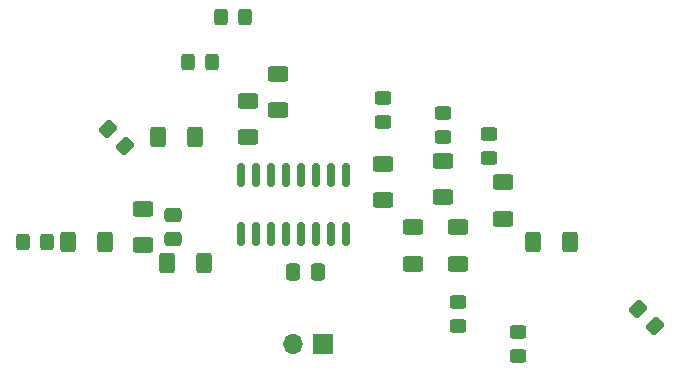
<source format=gbr>
%TF.GenerationSoftware,KiCad,Pcbnew,8.0.6+1*%
%TF.CreationDate,2024-12-11T00:22:32+00:00*%
%TF.ProjectId,Dino-Blinker,44696e6f-2d42-46c6-996e-6b65722e6b69,rev?*%
%TF.SameCoordinates,Original*%
%TF.FileFunction,Soldermask,Top*%
%TF.FilePolarity,Negative*%
%FSLAX46Y46*%
G04 Gerber Fmt 4.6, Leading zero omitted, Abs format (unit mm)*
G04 Created by KiCad (PCBNEW 8.0.6+1) date 2024-12-11 00:22:32*
%MOMM*%
%LPD*%
G01*
G04 APERTURE LIST*
G04 Aperture macros list*
%AMRoundRect*
0 Rectangle with rounded corners*
0 $1 Rounding radius*
0 $2 $3 $4 $5 $6 $7 $8 $9 X,Y pos of 4 corners*
0 Add a 4 corners polygon primitive as box body*
4,1,4,$2,$3,$4,$5,$6,$7,$8,$9,$2,$3,0*
0 Add four circle primitives for the rounded corners*
1,1,$1+$1,$2,$3*
1,1,$1+$1,$4,$5*
1,1,$1+$1,$6,$7*
1,1,$1+$1,$8,$9*
0 Add four rect primitives between the rounded corners*
20,1,$1+$1,$2,$3,$4,$5,0*
20,1,$1+$1,$4,$5,$6,$7,0*
20,1,$1+$1,$6,$7,$8,$9,0*
20,1,$1+$1,$8,$9,$2,$3,0*%
G04 Aperture macros list end*
%ADD10RoundRect,0.250000X0.625000X-0.400000X0.625000X0.400000X-0.625000X0.400000X-0.625000X-0.400000X0*%
%ADD11RoundRect,0.250000X0.400000X0.625000X-0.400000X0.625000X-0.400000X-0.625000X0.400000X-0.625000X0*%
%ADD12RoundRect,0.250000X0.475000X-0.337500X0.475000X0.337500X-0.475000X0.337500X-0.475000X-0.337500X0*%
%ADD13RoundRect,0.250000X0.548008X0.088388X0.088388X0.548008X-0.548008X-0.088388X-0.088388X-0.548008X0*%
%ADD14RoundRect,0.250000X-0.450000X0.325000X-0.450000X-0.325000X0.450000X-0.325000X0.450000X0.325000X0*%
%ADD15R,1.700000X1.700000*%
%ADD16O,1.700000X1.700000*%
%ADD17RoundRect,0.250000X-0.325000X-0.450000X0.325000X-0.450000X0.325000X0.450000X-0.325000X0.450000X0*%
%ADD18RoundRect,0.250000X-0.625000X0.400000X-0.625000X-0.400000X0.625000X-0.400000X0.625000X0.400000X0*%
%ADD19RoundRect,0.250000X-0.400000X-0.625000X0.400000X-0.625000X0.400000X0.625000X-0.400000X0.625000X0*%
%ADD20RoundRect,0.250000X0.337500X0.475000X-0.337500X0.475000X-0.337500X-0.475000X0.337500X-0.475000X0*%
%ADD21RoundRect,0.150000X-0.150000X0.825000X-0.150000X-0.825000X0.150000X-0.825000X0.150000X0.825000X0*%
%ADD22RoundRect,0.250000X-0.548008X-0.088388X-0.088388X-0.548008X0.548008X0.088388X0.088388X0.548008X0*%
%ADD23RoundRect,0.250000X0.325000X0.450000X-0.325000X0.450000X-0.325000X-0.450000X0.325000X-0.450000X0*%
G04 APERTURE END LIST*
D10*
%TO.C,R12*%
X125730000Y-104420000D03*
X125730000Y-101320000D03*
%TD*%
D11*
%TO.C,R4*%
X130100000Y-95250000D03*
X127000000Y-95250000D03*
%TD*%
D10*
%TO.C,R7*%
X137160000Y-92990000D03*
X137160000Y-89890000D03*
%TD*%
D12*
%TO.C,C1*%
X128270000Y-103907500D03*
X128270000Y-101832500D03*
%TD*%
D13*
%TO.C,D4*%
X124194784Y-95974784D03*
X122745216Y-94525216D03*
%TD*%
D14*
%TO.C,D9*%
X146050000Y-91930000D03*
X146050000Y-93980000D03*
%TD*%
D15*
%TO.C,J1*%
X141000000Y-112750000D03*
D16*
X138460000Y-112750000D03*
%TD*%
D17*
%TO.C,D7*%
X132325000Y-85090000D03*
X134375000Y-85090000D03*
%TD*%
D10*
%TO.C,R6*%
X134620000Y-95250000D03*
X134620000Y-92150000D03*
%TD*%
D14*
%TO.C,D10*%
X151130000Y-93200000D03*
X151130000Y-95250000D03*
%TD*%
D18*
%TO.C,R1*%
X152400000Y-102870000D03*
X152400000Y-105970000D03*
%TD*%
D10*
%TO.C,R9*%
X146050000Y-100610000D03*
X146050000Y-97510000D03*
%TD*%
D14*
%TO.C,D1*%
X157480000Y-111760000D03*
X157480000Y-113810000D03*
%TD*%
D19*
%TO.C,R11*%
X127757841Y-105912863D03*
X130857841Y-105912863D03*
%TD*%
D14*
%TO.C,D8*%
X155000000Y-94975000D03*
X155000000Y-97025000D03*
%TD*%
D18*
%TO.C,R2*%
X148590000Y-102870000D03*
X148590000Y-105970000D03*
%TD*%
D14*
%TO.C,D2*%
X152400000Y-109220000D03*
X152400000Y-111270000D03*
%TD*%
D20*
%TO.C,C2*%
X140505000Y-106680000D03*
X138430000Y-106680000D03*
%TD*%
D19*
%TO.C,R3*%
X158750000Y-104140000D03*
X161850000Y-104140000D03*
%TD*%
D10*
%TO.C,R10*%
X151130000Y-100330000D03*
X151130000Y-97230000D03*
%TD*%
D17*
%TO.C,D6*%
X129540000Y-88900000D03*
X131590000Y-88900000D03*
%TD*%
D21*
%TO.C,IC1*%
X142875000Y-98490000D03*
X141605000Y-98490000D03*
X140335000Y-98490000D03*
X139065000Y-98490000D03*
X137795000Y-98490000D03*
X136525000Y-98490000D03*
X135255000Y-98490000D03*
X133985000Y-98490000D03*
X133985000Y-103440000D03*
X135255000Y-103440000D03*
X136525000Y-103440000D03*
X137795000Y-103440000D03*
X139065000Y-103440000D03*
X140335000Y-103440000D03*
X141605000Y-103440000D03*
X142875000Y-103440000D03*
%TD*%
D11*
%TO.C,R5*%
X122480000Y-104140000D03*
X119380000Y-104140000D03*
%TD*%
D10*
%TO.C,R8*%
X156210000Y-102160000D03*
X156210000Y-99060000D03*
%TD*%
D22*
%TO.C,D3*%
X167640000Y-109765216D03*
X169089568Y-111214784D03*
%TD*%
D23*
%TO.C,D5*%
X117620000Y-104140000D03*
X115570000Y-104140000D03*
%TD*%
M02*

</source>
